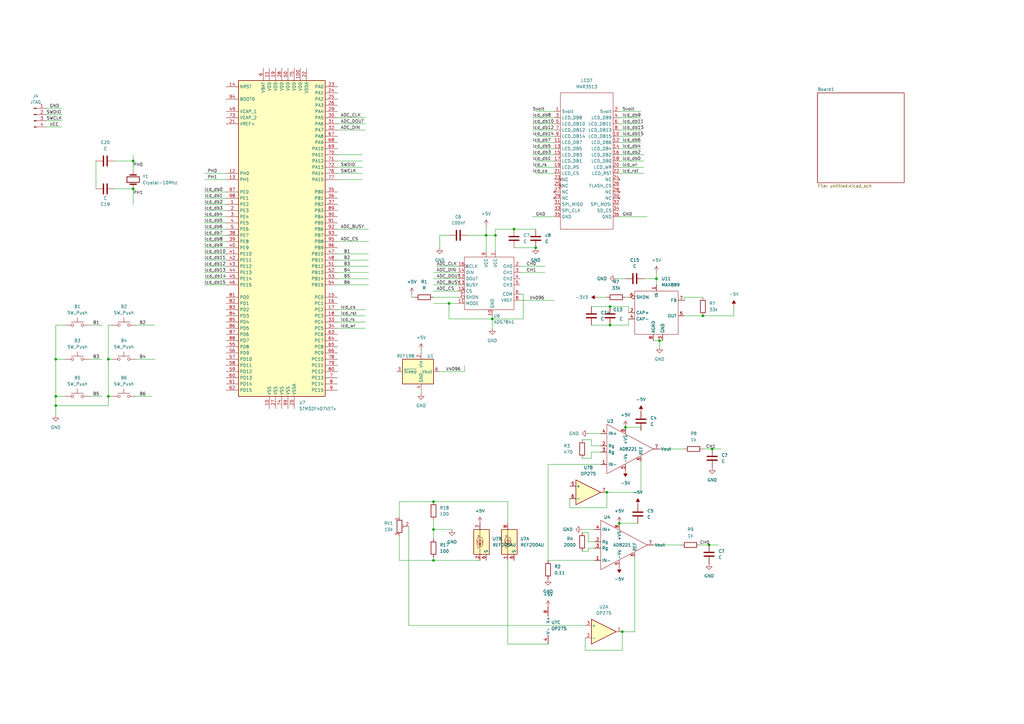
<source format=kicad_sch>
(kicad_sch (version 20211123) (generator eeschema)
  (paper "A3")
  (lib_symbols
    (symbol "Amplifier_Operational:OP275" (pin_names (offset 0.127))
      (property "Reference" "U" (at 0 5.08 0))
      (property "Value" "OP275" (at 0 -5.08 0))
      (symbol "OP275_1_1"
        (polyline (pts (xy -5.08 5.08) (xy 5.08 0) (xy -5.08 -5.08) (xy -5.08 5.08)) (stroke (width 0.254)) (fill (type background)))
        (pin output line (at 7.62 0 180) (length 2.54) (name "~") (number "1"))
        (pin input line (at -7.62 -2.54 0) (length 2.54) (name "-") (number "2"))
        (pin input line (at -7.62 2.54 0) (length 2.54) (name "+") (number "3"))
      )
      (symbol "OP275_2_1"
        (polyline (pts (xy -5.08 5.08) (xy 5.08 0) (xy -5.08 -5.08) (xy -5.08 5.08)) (stroke (width 0.254)) (fill (type background)))
        (pin input line (at -7.62 2.54 0) (length 2.54) (name "+") (number "5"))
        (pin input line (at -7.62 -2.54 0) (length 2.54) (name "-") (number "6"))
        (pin output line (at 7.62 0 180) (length 2.54) (name "~") (number "7"))
      )
      (symbol "OP275_3_1"
        (pin power_in line (at -2.54 -7.62 90) (length 3.81) (name "V-") (number "4"))
        (pin power_in line (at -2.54 7.62 270) (length 3.81) (name "V+") (number "8"))
      )
    )
    (symbol "Connector:Conn_01x04_Male" (pin_names (offset 1.016) hide)
      (property "Reference" "J" (at 0 5.08 0))
      (property "Value" "Conn_01x04_Male" (at 0 -7.62 0))
      (symbol "Conn_01x04_Male_1_1"
        (polyline (pts (xy 1.27 -5.08) (xy 0.8636 -5.08)) (stroke (width 0.1524)))
        (polyline (pts (xy 1.27 -2.54) (xy 0.8636 -2.54)) (stroke (width 0.1524)))
        (polyline (pts (xy 1.27 0) (xy 0.8636 0)) (stroke (width 0.1524)))
        (polyline (pts (xy 1.27 2.54) (xy 0.8636 2.54)) (stroke (width 0.1524)))
        (rectangle (start 0.8636 -4.953) (end 0 -5.207) (stroke (width 0.1524)) (fill (type outline)))
        (rectangle (start 0.8636 -2.413) (end 0 -2.667) (stroke (width 0.1524)) (fill (type outline)))
        (rectangle (start 0.8636 0.127) (end 0 -0.127) (stroke (width 0.1524)) (fill (type outline)))
        (rectangle (start 0.8636 2.667) (end 0 2.413) (stroke (width 0.1524)) (fill (type outline)))
        (pin passive line (at 5.08 2.54 180) (length 3.81) (name "Pin_1") (number "1"))
        (pin passive line (at 5.08 0 180) (length 3.81) (name "Pin_2") (number "2"))
        (pin passive line (at 5.08 -2.54 180) (length 3.81) (name "Pin_3") (number "3"))
        (pin passive line (at 5.08 -5.08 180) (length 3.81) (name "Pin_4") (number "4"))
      )
    )
    (symbol "Device:C" (pin_numbers hide) (pin_names (offset 0.254))
      (property "Reference" "C" (at 0.635 2.54 0))
      (property "Value" "C" (at 0.635 -2.54 0))
      (symbol "C_0_1"
        (polyline (pts (xy -2.032 -0.762) (xy 2.032 -0.762)) (stroke (width 0.508)))
        (polyline (pts (xy -2.032 0.762) (xy 2.032 0.762)) (stroke (width 0.508)))
      )
      (symbol "C_1_1"
        (pin passive line (at 0 3.81 270) (length 2.794) (name "~") (number "1"))
        (pin passive line (at 0 -3.81 90) (length 2.794) (name "~") (number "2"))
      )
    )
    (symbol "Device:Crystal" (pin_numbers hide) (pin_names (offset 1.016) hide)
      (property "Reference" "Y" (at 0 3.81 0))
      (property "Value" "Crystal" (at 0 -3.81 0))
      (symbol "Crystal_0_1"
        (rectangle (start -1.143 2.54) (end 1.143 -2.54) (stroke (width 0.3048)))
        (polyline (pts (xy -2.54 0) (xy -1.905 0)))
        (polyline (pts (xy -1.905 -1.27) (xy -1.905 1.27)) (stroke (width 0.508)))
        (polyline (pts (xy 1.905 -1.27) (xy 1.905 1.27)) (stroke (width 0.508)))
        (polyline (pts (xy 2.54 0) (xy 1.905 0)))
      )
      (symbol "Crystal_1_1"
        (pin passive line (at -3.81 0 0) (length 1.27) (name "1") (number "1"))
        (pin passive line (at 3.81 0 180) (length 1.27) (name "2") (number "2"))
      )
    )
    (symbol "Device:R" (pin_numbers hide) (pin_names (offset 0))
      (property "Reference" "R" (at 2.032 0 90))
      (property "Value" "R" (at 0 0 90))
      (symbol "R_0_1"
        (rectangle (start -1.016 -2.54) (end 1.016 2.54) (stroke (width 0.254)))
      )
      (symbol "R_1_1"
        (pin passive line (at 0 3.81 270) (length 1.27) (name "~") (number "1"))
        (pin passive line (at 0 -3.81 90) (length 1.27) (name "~") (number "2"))
      )
    )
    (symbol "Device:R_Potentiometer_Trim" (pin_names (offset 1.016) hide)
      (property "Reference" "RV" (at -4.445 0 90))
      (property "Value" "R_Potentiometer_Trim" (at -2.54 0 90))
      (symbol "R_Potentiometer_Trim_0_1"
        (polyline (pts (xy 1.524 0.762) (xy 1.524 -0.762)))
        (polyline (pts (xy 2.54 0) (xy 1.524 0)))
        (rectangle (start 1.016 2.54) (end -1.016 -2.54) (stroke (width 0.254)))
      )
      (symbol "R_Potentiometer_Trim_1_1"
        (pin passive line (at 0 3.81 270) (length 1.27) (name "1") (number "1"))
        (pin passive line (at 3.81 0 180) (length 1.27) (name "2") (number "2"))
        (pin passive line (at 0 -3.81 90) (length 1.27) (name "3") (number "3"))
      )
    )
    (symbol "MCU_ST_STM32F4:STM32F407VETx"
      (property "Reference" "U" (at -17.78 64.77 0))
      (property "Value" "STM32F407VETx" (at 12.7 64.77 0))
      (symbol "STM32F407VETx_0_1"
        (rectangle (start -17.78 -66.04) (end 17.78 63.5) (stroke (width 0.254)) (fill (type background)))
      )
      (symbol "STM32F407VETx_1_1"
        (pin bidirectional line (at -22.86 12.7 0) (length 5.08) (name "PE2") (number "1"))
        (pin power_in line (at -5.08 -71.12 90) (length 5.08) (name "VSS") (number "10"))
        (pin power_in line (at 7.62 68.58 270) (length 5.08) (name "VDD") (number "100"))
        (pin power_in line (at -5.08 68.58 270) (length 5.08) (name "VDD") (number "11"))
        (pin input line (at -22.86 25.4 0) (length 5.08) (name "PH0") (number "12"))
        (pin input line (at -22.86 22.86 0) (length 5.08) (name "PH1") (number "13"))
        (pin input line (at -22.86 60.96 0) (length 5.08) (name "NRST") (number "14"))
        (pin bidirectional line (at 22.86 -25.4 180) (length 5.08) (name "PC0") (number "15"))
        (pin bidirectional line (at 22.86 -27.94 180) (length 5.08) (name "PC1") (number "16"))
        (pin bidirectional line (at 22.86 -30.48 180) (length 5.08) (name "PC2") (number "17"))
        (pin bidirectional line (at 22.86 -33.02 180) (length 5.08) (name "PC3") (number "18"))
        (pin power_in line (at -2.54 68.58 270) (length 5.08) (name "VDD") (number "19"))
        (pin bidirectional line (at -22.86 10.16 0) (length 5.08) (name "PE3") (number "2"))
        (pin power_in line (at 5.08 -71.12 90) (length 5.08) (name "VSSA") (number "20"))
        (pin power_in line (at -22.86 45.72 0) (length 5.08) (name "VREF+") (number "21"))
        (pin power_in line (at 10.16 68.58 270) (length 5.08) (name "VDDA") (number "22"))
        (pin bidirectional line (at 22.86 60.96 180) (length 5.08) (name "PA0") (number "23"))
        (pin bidirectional line (at 22.86 58.42 180) (length 5.08) (name "PA1") (number "24"))
        (pin bidirectional line (at 22.86 55.88 180) (length 5.08) (name "PA2") (number "25"))
        (pin bidirectional line (at 22.86 53.34 180) (length 5.08) (name "PA3") (number "26"))
        (pin power_in line (at -2.54 -71.12 90) (length 5.08) (name "VSS") (number "27"))
        (pin power_in line (at 0 68.58 270) (length 5.08) (name "VDD") (number "28"))
        (pin bidirectional line (at 22.86 50.8 180) (length 5.08) (name "PA4") (number "29"))
        (pin bidirectional line (at -22.86 7.62 0) (length 5.08) (name "PE4") (number "3"))
        (pin bidirectional line (at 22.86 48.26 180) (length 5.08) (name "PA5") (number "30"))
        (pin bidirectional line (at 22.86 45.72 180) (length 5.08) (name "PA6") (number "31"))
        (pin bidirectional line (at 22.86 43.18 180) (length 5.08) (name "PA7") (number "32"))
        (pin bidirectional line (at 22.86 -35.56 180) (length 5.08) (name "PC4") (number "33"))
        (pin bidirectional line (at 22.86 -38.1 180) (length 5.08) (name "PC5") (number "34"))
        (pin bidirectional line (at 22.86 17.78 180) (length 5.08) (name "PB0") (number "35"))
        (pin bidirectional line (at 22.86 15.24 180) (length 5.08) (name "PB1") (number "36"))
        (pin bidirectional line (at 22.86 12.7 180) (length 5.08) (name "PB2") (number "37"))
        (pin bidirectional line (at -22.86 0 0) (length 5.08) (name "PE7") (number "38"))
        (pin bidirectional line (at -22.86 -2.54 0) (length 5.08) (name "PE8") (number "39"))
        (pin bidirectional line (at -22.86 5.08 0) (length 5.08) (name "PE5") (number "4"))
        (pin bidirectional line (at -22.86 -5.08 0) (length 5.08) (name "PE9") (number "40"))
        (pin bidirectional line (at -22.86 -7.62 0) (length 5.08) (name "PE10") (number "41"))
        (pin bidirectional line (at -22.86 -10.16 0) (length 5.08) (name "PE11") (number "42"))
        (pin bidirectional line (at -22.86 -12.7 0) (length 5.08) (name "PE12") (number "43"))
        (pin bidirectional line (at -22.86 -15.24 0) (length 5.08) (name "PE13") (number "44"))
        (pin bidirectional line (at -22.86 -17.78 0) (length 5.08) (name "PE14") (number "45"))
        (pin bidirectional line (at -22.86 -20.32 0) (length 5.08) (name "PE15") (number "46"))
        (pin bidirectional line (at 22.86 -7.62 180) (length 5.08) (name "PB10") (number "47"))
        (pin bidirectional line (at 22.86 -10.16 180) (length 5.08) (name "PB11") (number "48"))
        (pin power_in line (at -22.86 50.8 0) (length 5.08) (name "VCAP_1") (number "49"))
        (pin bidirectional line (at -22.86 2.54 0) (length 5.08) (name "PE6") (number "5"))
        (pin power_in line (at 2.54 68.58 270) (length 5.08) (name "VDD") (number "50"))
        (pin bidirectional line (at 22.86 -12.7 180) (length 5.08) (name "PB12") (number "51"))
        (pin bidirectional line (at 22.86 -15.24 180) (length 5.08) (name "PB13") (number "52"))
        (pin bidirectional line (at 22.86 -17.78 180) (length 5.08) (name "PB14") (number "53"))
        (pin bidirectional line (at 22.86 -20.32 180) (length 5.08) (name "PB15") (number "54"))
        (pin bidirectional line (at -22.86 -45.72 0) (length 5.08) (name "PD8") (number "55"))
        (pin bidirectional line (at -22.86 -48.26 0) (length 5.08) (name "PD9") (number "56"))
        (pin bidirectional line (at -22.86 -50.8 0) (length 5.08) (name "PD10") (number "57"))
        (pin bidirectional line (at -22.86 -53.34 0) (length 5.08) (name "PD11") (number "58"))
        (pin bidirectional line (at -22.86 -55.88 0) (length 5.08) (name "PD12") (number "59"))
        (pin power_in line (at -7.62 68.58 270) (length 5.08) (name "VBAT") (number "6"))
        (pin bidirectional line (at -22.86 -58.42 0) (length 5.08) (name "PD13") (number "60"))
        (pin bidirectional line (at -22.86 -60.96 0) (length 5.08) (name "PD14") (number "61"))
        (pin bidirectional line (at -22.86 -63.5 0) (length 5.08) (name "PD15") (number "62"))
        (pin bidirectional line (at 22.86 -40.64 180) (length 5.08) (name "PC6") (number "63"))
        (pin bidirectional line (at 22.86 -43.18 180) (length 5.08) (name "PC7") (number "64"))
        (pin bidirectional line (at 22.86 -45.72 180) (length 5.08) (name "PC8") (number "65"))
        (pin bidirectional line (at 22.86 -48.26 180) (length 5.08) (name "PC9") (number "66"))
        (pin bidirectional line (at 22.86 40.64 180) (length 5.08) (name "PA8") (number "67"))
        (pin bidirectional line (at 22.86 38.1 180) (length 5.08) (name "PA9") (number "68"))
        (pin bidirectional line (at 22.86 35.56 180) (length 5.08) (name "PA10") (number "69"))
        (pin bidirectional line (at 22.86 -58.42 180) (length 5.08) (name "PC13") (number "7"))
        (pin bidirectional line (at 22.86 33.02 180) (length 5.08) (name "PA11") (number "70"))
        (pin bidirectional line (at 22.86 30.48 180) (length 5.08) (name "PA12") (number "71"))
        (pin bidirectional line (at 22.86 27.94 180) (length 5.08) (name "PA13") (number "72"))
        (pin power_in line (at -22.86 48.26 0) (length 5.08) (name "VCAP_2") (number "73"))
        (pin power_in line (at 0 -71.12 90) (length 5.08) (name "VSS") (number "74"))
        (pin power_in line (at 5.08 68.58 270) (length 5.08) (name "VDD") (number "75"))
        (pin bidirectional line (at 22.86 25.4 180) (length 5.08) (name "PA14") (number "76"))
        (pin bidirectional line (at 22.86 22.86 180) (length 5.08) (name "PA15") (number "77"))
        (pin bidirectional line (at 22.86 -50.8 180) (length 5.08) (name "PC10") (number "78"))
        (pin bidirectional line (at 22.86 -53.34 180) (length 5.08) (name "PC11") (number "79"))
        (pin bidirectional line (at 22.86 -60.96 180) (length 5.08) (name "PC14") (number "8"))
        (pin bidirectional line (at 22.86 -55.88 180) (length 5.08) (name "PC12") (number "80"))
        (pin bidirectional line (at -22.86 -25.4 0) (length 5.08) (name "PD0") (number "81"))
        (pin bidirectional line (at -22.86 -27.94 0) (length 5.08) (name "PD1") (number "82"))
        (pin bidirectional line (at -22.86 -30.48 0) (length 5.08) (name "PD2") (number "83"))
        (pin bidirectional line (at -22.86 -33.02 0) (length 5.08) (name "PD3") (number "84"))
        (pin bidirectional line (at -22.86 -35.56 0) (length 5.08) (name "PD4") (number "85"))
        (pin bidirectional line (at -22.86 -38.1 0) (length 5.08) (name "PD5") (number "86"))
        (pin bidirectional line (at -22.86 -40.64 0) (length 5.08) (name "PD6") (number "87"))
        (pin bidirectional line (at -22.86 -43.18 0) (length 5.08) (name "PD7") (number "88"))
        (pin bidirectional line (at 22.86 10.16 180) (length 5.08) (name "PB3") (number "89"))
        (pin bidirectional line (at 22.86 -63.5 180) (length 5.08) (name "PC15") (number "9"))
        (pin bidirectional line (at 22.86 7.62 180) (length 5.08) (name "PB4") (number "90"))
        (pin bidirectional line (at 22.86 5.08 180) (length 5.08) (name "PB5") (number "91"))
        (pin bidirectional line (at 22.86 2.54 180) (length 5.08) (name "PB6") (number "92"))
        (pin bidirectional line (at 22.86 0 180) (length 5.08) (name "PB7") (number "93"))
        (pin input line (at -22.86 55.88 0) (length 5.08) (name "BOOT0") (number "94"))
        (pin bidirectional line (at 22.86 -2.54 180) (length 5.08) (name "PB8") (number "95"))
        (pin bidirectional line (at 22.86 -5.08 180) (length 5.08) (name "PB9") (number "96"))
        (pin bidirectional line (at -22.86 17.78 0) (length 5.08) (name "PE0") (number "97"))
        (pin bidirectional line (at -22.86 15.24 0) (length 5.08) (name "PE1") (number "98"))
        (pin power_in line (at 2.54 -71.12 90) (length 5.08) (name "VSS") (number "99"))
      )
    )
    (symbol "Reference_Current:REF200AU"
      (property "Reference" "U" (at -3.175 4.445 0))
      (property "Value" "REF200AU" (at -3.175 2.54 0))
      (symbol "REF200AU_0_1"
        (pin passive line (at 2.54 -7.62 90) (length 2.54) (name "S") (number "6"))
      )
      (symbol "REF200AU_1_1"
        (rectangle (start -2.54 5.08) (end 3.81 -5.08) (stroke (width 0.254)) (fill (type background)))
        (circle (center 0 -0.635) (radius 1.27))
        (polyline (pts (xy -1.143 -2.413) (xy -0.381 -2.413)))
        (polyline (pts (xy -1.016 2.413) (xy -0.254 2.413)))
        (polyline (pts (xy -0.635 2.794) (xy -0.635 2.032)))
        (polyline (pts (xy 0 -1.905) (xy 0 -5.08)))
        (polyline (pts (xy 0 1.397) (xy 0 -1.397)) (stroke (width 0.254)))
        (polyline (pts (xy 0 5.08) (xy 0 1.905)))
        (polyline (pts (xy 0 -1.397) (xy -0.254 -0.889) (xy 0.254 -0.889) (xy 0 -1.397)) (stroke (width 0.254)))
        (circle (center 0 0.635) (radius 1.27))
        (pin passive line (at 0 -7.62 90) (length 2.54) (name "~") (number "1"))
        (pin passive line (at 0 7.62 270) (length 2.54) (name "~") (number "8"))
      )
      (symbol "REF200AU_2_1"
        (rectangle (start -2.54 5.08) (end 3.81 -5.08) (stroke (width 0.254)) (fill (type background)))
        (circle (center 0 -0.635) (radius 1.27))
        (polyline (pts (xy -1.143 -2.413) (xy -0.381 -2.413)))
        (polyline (pts (xy -1.016 2.413) (xy -0.254 2.413)))
        (polyline (pts (xy -0.635 2.794) (xy -0.635 2.032)))
        (polyline (pts (xy 0 -1.905) (xy 0 -5.08)))
        (polyline (pts (xy 0 1.397) (xy 0 -1.397)) (stroke (width 0.254)))
        (polyline (pts (xy 0 5.08) (xy 0 1.905)))
        (polyline (pts (xy 0 -1.397) (xy -0.254 -0.889) (xy 0.254 -0.889) (xy 0 -1.397)) (stroke (width 0.254)))
        (circle (center 0 0.635) (radius 1.27))
        (pin passive line (at 0 -7.62 90) (length 2.54) (name "~") (number "2"))
        (pin passive line (at 0 7.62 270) (length 2.54) (name "~") (number "7"))
      )
      (symbol "REF200AU_3_1"
        (rectangle (start -2.54 5.08) (end 8.89 -5.08) (stroke (width 0.254)) (fill (type background)))
        (circle (center 0 -2.54) (radius 0.1524))
        (polyline (pts (xy 0 3.81) (xy 0 5.08)))
        (polyline (pts (xy 1.27 -1.27) (xy 1.27 1.27)))
        (polyline (pts (xy 1.27 0) (xy 6.35 0)))
        (polyline (pts (xy 6.35 1.27) (xy 6.35 -1.27)))
        (polyline (pts (xy 0 -5.08) (xy 0 -1.27) (xy 1.27 -0.635)))
        (polyline (pts (xy 0 3.81) (xy 3.81 3.81) (xy 3.81 0)))
        (polyline (pts (xy 1.27 0.635) (xy 0 1.27) (xy 0 3.81)))
        (polyline (pts (xy 7.62 5.08) (xy 7.62 1.27) (xy 6.35 0.635)))
        (polyline (pts (xy 0 -1.27) (xy 0.6096 -0.762) (xy 0.762 -1.1176) (xy 0 -1.27)))
        (polyline (pts (xy 6.35 -0.635) (xy 7.62 -1.27) (xy 7.62 -2.54) (xy 0 -2.54)))
        (polyline (pts (xy 7.62 -1.27) (xy 7.0104 -0.762) (xy 6.858 -1.1176) (xy 7.62 -1.27)))
        (circle (center 0 3.81) (radius 0.1524))
        (circle (center 3.81 0) (radius 0.1524))
        (pin passive line (at 0 -7.62 90) (length 2.54) (name "~") (number "3"))
        (pin passive line (at 7.62 7.62 270) (length 2.54) (name "~") (number "4"))
        (pin passive line (at 0 7.62 270) (length 2.54) (name "~") (number "5"))
      )
    )
    (symbol "Reference_Voltage:REF198"
      (property "Reference" "U" (at 2.54 8.89 0))
      (property "Value" "REF198" (at 1.27 6.35 0))
      (symbol "REF198_0_1"
        (rectangle (start -7.62 5.08) (end 5.08 -5.08) (stroke (width 0.254)) (fill (type background)))
      )
      (symbol "REF198_1_1"
        (pin no_connect line (at -7.62 2.54 0) (length 2.54) hide (name "TP") (number "1"))
        (pin power_in line (at 0 7.62 270) (length 2.54) (name "Vin") (number "2"))
        (pin input line (at -10.16 0 0) (length 2.54) (name "~{Sleep}") (number "3"))
        (pin power_in line (at 0 -7.62 90) (length 2.54) (name "GND") (number "4"))
        (pin no_connect line (at -5.08 -5.08 90) (length 2.54) hide (name "TP") (number "5"))
        (pin power_out line (at 7.62 0 180) (length 2.54) (name "Vout") (number "6"))
        (pin no_connect line (at -2.54 -5.08 90) (length 2.54) hide (name "NC") (number "7"))
        (pin no_connect line (at 2.54 -5.08 90) (length 2.54) hide (name "NC") (number "8"))
      )
    )
    (symbol "Switch:SW_Push" (pin_numbers hide) (pin_names (offset 1.016) hide)
      (property "Reference" "SW" (at 1.27 2.54 0))
      (property "Value" "SW_Push" (at 0 -1.524 0))
      (symbol "SW_Push_0_1"
        (circle (center -2.032 0) (radius 0.508))
        (polyline (pts (xy 0 1.27) (xy 0 3.048)))
        (polyline (pts (xy 2.54 1.27) (xy -2.54 1.27)))
        (circle (center 2.032 0) (radius 0.508))
        (pin passive line (at -5.08 0 0) (length 2.54) (name "1") (number "1"))
        (pin passive line (at 5.08 0 180) (length 2.54) (name "2") (number "2"))
      )
    )
    (symbol "custom:AD8221"
      (property "Reference" "U" (at -3.81 12.7 0))
      (property "Value" "AD8221" (at 1.27 2.54 0))
      (symbol "AD8221_0_1"
        (polyline (pts (xy -6.35 12.7) (xy -6.35 -7.62) (xy 12.7 2.54) (xy -6.35 12.7)))
      )
      (symbol "AD8221_1_1"
        (pin input line (at -8.89 -3.81 0) (length 2.54) (name "IN-") (number "1"))
        (pin bidirectional line (at -8.89 3.81 0) (length 2.54) (name "Rg") (number "2"))
        (pin bidirectional line (at -8.89 1.27 0) (length 2.54) (name "Rg") (number "3"))
        (pin input line (at -8.89 8.89 0) (length 2.54) (name "IN+") (number "4"))
        (pin power_in line (at 1.27 -6.35 90) (length 2.54) (name "-Vs") (number "5"))
        (pin input line (at 7.62 -2.54 90) (length 2) (name "REF") (number "6"))
        (pin output line (at 12.7 2.54 0) (length 2.54) (name "Vout") (number "7"))
        (pin power_in line (at 1.27 11.43 270) (length 2.54) (name "+VS") (number "8"))
      )
    )
    (symbol "custom:ADS7841"
      (property "Reference" "U" (at -6.35 10.16 0))
      (property "Value" "ADS7841" (at 8.89 10.16 0))
      (symbol "ADS7841_0_1"
        (rectangle (start -7.62 8.89) (end 12.7 -12.7))
      )
      (symbol "ADS7841_1_1"
        (pin power_in line (at 0 11.43 270) (length 2.54) (name "VCC") (number "1"))
        (pin power_in line (at 1.27 -15.24 90) (length 2.54) (name "GND") (number "10"))
        (pin input line (at 15.24 -10.16 180) (length 2.54) (name "MODE") (number "11"))
        (pin output line (at 15.24 0 180) (length 2.54) (name "DOUT") (number "12"))
        (pin output line (at 15.24 -2.54 180) (length 2.54) (name "BUSY") (number "13"))
        (pin input line (at 15.24 2.54 180) (length 2.54) (name "DIN") (number "14"))
        (pin input inverted (at 15.24 -5.08 180) (length 2.54) (name "CS") (number "15"))
        (pin input clock (at 15.24 5.08 180) (length 2.54) (name "DCLK") (number "16"))
        (pin input line (at -10.16 5.08 0) (length 2.54) (name "CH0") (number "2"))
        (pin input line (at -10.16 2.54 0) (length 2.54) (name "CH1") (number "3"))
        (pin input line (at -10.16 0 0) (length 2.54) (name "CH2") (number "4"))
        (pin input line (at -10.16 -2.54 0) (length 2.54) (name "CH3") (number "5"))
        (pin input line (at -10.16 -6.35 0) (length 2.54) (name "COM") (number "6"))
        (pin input inverted (at 15.24 -7.62 180) (length 2.54) (name "SHDN") (number "7"))
        (pin input line (at -10.16 -8.89 0) (length 2.54) (name "VREF") (number "8"))
        (pin power_in line (at 3.81 11.43 270) (length 2.54) (name "VCC") (number "9"))
      )
    )
    (symbol "custom:MAR3513"
      (property "Reference" "LCD" (at 24.13 0 0))
      (property "Value" "MAR3513" (at 1.27 16.51 0))
      (symbol "MAR3513_0_1"
        (rectangle (start -10.16 20.32) (end 11.43 -35.56))
      )
      (symbol "MAR3513_1_1"
        (pin power_in line (at -12.7 12.7 0) (length 2.54) (name "5volt") (number "1"))
        (pin bidirectional line (at 13.97 2.54 180) (length 2.54) (name "LCD_DB15") (number "10"))
        (pin bidirectional line (at -12.7 0 0) (length 2.54) (name "LCD_DB7") (number "11"))
        (pin bidirectional line (at 13.97 0 180) (length 2.54) (name "LCD_DB6") (number "12"))
        (pin bidirectional line (at -12.7 -2.54 0) (length 2.54) (name "LCD_DB5") (number "13"))
        (pin bidirectional line (at 13.97 -2.54 180) (length 2.54) (name "LCD_DB4") (number "14"))
        (pin bidirectional line (at -12.7 -5.08 0) (length 2.54) (name "LCD_DB3") (number "15"))
        (pin bidirectional line (at 13.97 -5.08 180) (length 2.54) (name "LCD_DB2") (number "16"))
        (pin bidirectional line (at -12.7 -7.62 0) (length 2.54) (name "LCD_DB1") (number "17"))
        (pin bidirectional line (at 13.97 -7.62 180) (length 2.54) (name "LCD_DB0") (number "18"))
        (pin bidirectional line (at -12.7 -10.16 0) (length 2.54) (name "LCD_RS") (number "19"))
        (pin power_in line (at 13.97 12.7 180) (length 2.54) (name "5volt") (number "2"))
        (pin input line (at 13.97 -10.16 180) (length 2.54) (name "LCD_WR") (number "20"))
        (pin bidirectional line (at -12.7 -12.7 0) (length 2.54) (name "LCD_CS") (number "21"))
        (pin input line (at 13.97 -12.7 180) (length 2.54) (name "LCD_RST") (number "22"))
        (pin bidirectional non_logic (at -12.7 -15.24 0) (length 2.54) (name "NC") (number "23"))
        (pin no_connect line (at 13.97 -15.24 180) (length 2.54) (name "NC") (number "24"))
        (pin bidirectional non_logic (at -12.7 -17.78 0) (length 2.54) (name "NC") (number "25"))
        (pin input line (at 13.97 -17.78 180) (length 2.54) (name "FLASH_CS") (number "26"))
        (pin no_connect line (at -12.7 -20.32 0) (length 2.54) (name "NC") (number "27"))
        (pin no_connect line (at 13.97 -20.32 180) (length 2.54) (name "NC") (number "28"))
        (pin no_connect line (at -12.7 -22.86 0) (length 2.54) (name "NC") (number "29"))
        (pin bidirectional line (at -12.7 10.16 0) (length 2.54) (name "LCD_DB8") (number "3"))
        (pin no_connect line (at 13.97 -22.86 180) (length 2.54) (name "NC") (number "30"))
        (pin output line (at -12.7 -25.4 0) (length 2.54) (name "SPI_MISO") (number "31"))
        (pin input line (at 13.97 -25.4 180) (length 2.54) (name "SPI_MOSI") (number "32"))
        (pin input line (at -12.7 -27.94 0) (length 2.54) (name "SPI_CLK") (number "33"))
        (pin input line (at 13.97 -27.94 180) (length 2.54) (name "SD_CS") (number "34"))
        (pin power_in line (at -12.7 -30.48 0) (length 2.54) (name "GND") (number "35"))
        (pin power_in line (at 13.97 -30.48 180) (length 2.54) (name "GND") (number "36"))
        (pin bidirectional line (at 13.97 10.16 180) (length 2.54) (name "LCD_DB9") (number "4"))
        (pin bidirectional line (at -12.7 7.62 0) (length 2.54) (name "LCD_DB10") (number "5"))
        (pin bidirectional line (at 13.97 7.62 180) (length 2.54) (name "LCD_DB11") (number "6"))
        (pin bidirectional line (at -12.7 5.08 0) (length 2.54) (name "LCD_DB12") (number "7"))
        (pin bidirectional line (at 13.97 5.08 180) (length 2.54) (name "LCD_DB13") (number "8"))
        (pin bidirectional line (at -12.7 2.54 0) (length 2.54) (name "LCD_DB14") (number "9"))
      )
    )
    (symbol "custom:MAX889"
      (property "Reference" "U" (at -6.35 12.7 0))
      (property "Value" "MAX889" (at -2.54 6.35 0))
      (symbol "MAX889_0_1"
        (rectangle (start -11.43 11.43) (end 6.35 -6.35))
      )
      (symbol "MAX889_1_1"
        (pin power_in line (at -2.54 13.97 270) (length 2.54) (name "IN") (number "1"))
        (pin bidirectional line (at -13.97 2.54 0) (length 2.54) (name "CAP+") (number "2"))
        (pin power_in line (at 0 -8.89 90) (length 2.54) (name "GND") (number "3"))
        (pin bidirectional line (at -13.97 0 0) (length 2.54) (name "CAP-") (number "4"))
        (pin power_out line (at 8.89 1.27 180) (length 2.54) (name "OUT") (number "5"))
        (pin input inverted (at -13.97 8.89 0) (length 2.54) (name "SHDN") (number "6"))
        (pin input line (at 8.89 7.62 180) (length 2.54) (name "FB") (number "7"))
        (pin power_in line (at -3.81 -8.89 90) (length 2.54) (name "AGND") (number "8"))
      )
    )
    (symbol "power:+5V" (power) (pin_names (offset 0))
      (property "Value" "+5V" (at 0 3.556 0))
      (symbol "+5V_0_1"
        (polyline (pts (xy -0.762 1.27) (xy 0 2.54)))
        (polyline (pts (xy 0 0) (xy 0 2.54)))
        (polyline (pts (xy 0 2.54) (xy 0.762 1.27)))
      )
      (symbol "+5V_1_1"
        (pin power_in line (at 0 0 90) (length 0) hide (name "+5V") (number "1"))
      )
    )
    (symbol "power:-3V3" (power) (pin_names (offset 0))
      (property "Value" "-3V3" (at 0 3.81 0))
      (symbol "-3V3_0_0"
        (pin power_in line (at 0 0 90) (length 0) hide (name "-3V3") (number "1"))
      )
      (symbol "-3V3_0_1"
        (polyline (pts (xy 0 0) (xy 0 1.27) (xy 0.762 1.27) (xy 0 2.54) (xy -0.762 1.27) (xy 0 1.27)) (fill (type outline)))
      )
    )
    (symbol "power:-5V" (power) (pin_names (offset 0))
      (property "Value" "-5V" (at 0 3.81 0))
      (symbol "-5V_0_0"
        (pin power_in line (at 0 0 90) (length 0) hide (name "-5V") (number "1"))
      )
      (symbol "-5V_0_1"
        (polyline (pts (xy 0 0) (xy 0 1.27) (xy 0.762 1.27) (xy 0 2.54) (xy -0.762 1.27) (xy 0 1.27)) (fill (type outline)))
      )
    )
    (symbol "power:GND" (power) (pin_names (offset 0))
      (property "Value" "GND" (at 0 -3.81 0))
      (symbol "GND_0_1"
        (polyline (pts (xy 0 0) (xy 0 -1.27) (xy 1.27 -1.27) (xy 0 -2.54) (xy -1.27 -1.27) (xy 0 -1.27)))
      )
      (symbol "GND_1_1"
        (pin power_in line (at 0 0 270) (length 0) hide (name "GND") (number "1"))
      )
    )
  )
  (junction (at 256.54 175.26))
  (junction (at 203.2 96.52))
  (junction (at 184.15 124.46))
  (junction (at 210.82 93.98))
  (junction (at 22.86 162.56))
  (junction (at 54.61 77.47))
  (junction (at 201.93 130.81))
  (junction (at 290.83 223.52))
  (junction (at 177.8 229.87))
  (junction (at 292.1 184.15))
  (junction (at 177.8 217.17))
  (junction (at 288.29 129.54))
  (junction (at 248.92 201.93))
  (junction (at 269.24 114.3))
  (junction (at 270.51 139.7))
  (junction (at 22.86 166.37))
  (junction (at 199.39 96.52))
  (junction (at 219.71 101.6))
  (junction (at 54.61 66.04))
  (junction (at 44.45 162.56))
  (junction (at 250.19 133.35))
  (junction (at 255.27 259.08))
  (junction (at 250.19 125.73))
  (junction (at 22.86 147.32))
  (junction (at 44.45 147.32))
  (junction (at 177.8 205.74))
  (junction (at 254 214.63))
  (wire (pts (xy 36.83 133.35) (xy 41.91 133.35)))
  (wire (pts (xy 270.51 184.15) (xy 280.67 184.15)))
  (wire (pts (xy 270.51 139.7) (xy 271.78 139.7)))
  (wire (pts (xy 210.82 93.98) (xy 219.71 93.98)))
  (wire (pts (xy 83.82 106.68) (xy 92.71 106.68)))
  (wire (pts (xy 138.43 106.68) (xy 151.13 106.68)))
  (wire (pts (xy 199.39 96.52) (xy 199.39 102.87)))
  (wire (pts (xy 44.45 162.56) (xy 44.45 166.37)))
  (wire (pts (xy 22.86 162.56) (xy 22.86 166.37)))
  (wire (pts (xy 242.57 125.73) (xy 250.19 125.73)))
  (wire (pts (xy 177.8 217.17) (xy 185.42 217.17)))
  (wire (pts (xy 83.82 109.22) (xy 92.71 109.22)))
  (wire (pts (xy 245.11 121.92) (xy 248.92 121.92)))
  (wire (pts (xy 254 55.88) (xy 262.89 55.88)))
  (wire (pts (xy 138.43 127) (xy 149.86 127)))
  (wire (pts (xy 184.15 124.46) (xy 184.15 130.81)))
  (wire (pts (xy 256.54 114.3) (xy 252.73 114.3)))
  (wire (pts (xy 218.44 63.5) (xy 227.33 63.5)))
  (wire (pts (xy 83.82 81.28) (xy 92.71 81.28)))
  (wire (pts (xy 26.67 147.32) (xy 22.86 147.32)))
  (wire (pts (xy 269.24 111.76) (xy 269.24 114.3)))
  (wire (pts (xy 254 48.26) (xy 262.89 48.26)))
  (wire (pts (xy 243.84 222.25) (xy 241.3 222.25)))
  (wire (pts (xy 199.39 92.71) (xy 199.39 96.52)))
  (wire (pts (xy 254 50.8) (xy 262.89 50.8)))
  (wire (pts (xy 163.83 219.71) (xy 163.83 229.87)))
  (wire (pts (xy 55.88 147.32) (xy 63.5 147.32)))
  (wire (pts (xy 248.92 201.93) (xy 262.89 201.93)))
  (wire (pts (xy 254 68.58) (xy 264.16 68.58)))
  (wire (pts (xy 241.3 224.79) (xy 241.3 226.06)))
  (wire (pts (xy 288.29 129.54) (xy 300.99 129.54)))
  (wire (pts (xy 262.89 201.93) (xy 262.89 189.23)))
  (wire (pts (xy 219.71 71.12) (xy 227.33 71.12)))
  (wire (pts (xy 213.36 111.76) (xy 223.52 111.76)))
  (wire (pts (xy 199.39 96.52) (xy 203.2 96.52)))
  (wire (pts (xy 246.38 185.42) (xy 242.57 185.42)))
  (wire (pts (xy 240.03 266.7) (xy 255.27 266.7)))
  (wire (pts (xy 83.82 104.14) (xy 92.71 104.14)))
  (wire (pts (xy 201.93 129.54) (xy 201.93 130.81)))
  (wire (pts (xy 138.43 116.84) (xy 151.13 116.84)))
  (wire (pts (xy 83.82 101.6) (xy 92.71 101.6)))
  (wire (pts (xy 44.45 147.32) (xy 45.72 147.32)))
  (wire (pts (xy 177.8 121.92) (xy 187.96 121.92)))
  (wire (pts (xy 241.3 222.25) (xy 241.3 218.44)))
  (wire (pts (xy 238.76 180.34) (xy 242.57 180.34)))
  (wire (pts (xy 138.43 48.26) (xy 149.86 48.26)))
  (wire (pts (xy 36.83 162.56) (xy 41.91 162.56)))
  (wire (pts (xy 257.81 130.81) (xy 257.81 133.35)))
  (wire (pts (xy 213.36 120.65) (xy 214.63 120.65)))
  (wire (pts (xy 254 214.63) (xy 261.62 214.63)))
  (wire (pts (xy 254 88.9) (xy 265.43 88.9)))
  (wire (pts (xy 257.81 128.27) (xy 257.81 125.73)))
  (wire (pts (xy 22.86 133.35) (xy 22.86 147.32)))
  (wire (pts (xy 213.36 109.22) (xy 223.52 109.22)))
  (wire (pts (xy 184.15 130.81) (xy 201.93 130.81)))
  (wire (pts (xy 39.37 66.04) (xy 39.37 77.47)))
  (wire (pts (xy 213.36 123.19) (xy 227.33 123.19)))
  (wire (pts (xy 214.63 130.81) (xy 201.93 130.81)))
  (wire (pts (xy 177.8 116.84) (xy 187.96 116.84)))
  (wire (pts (xy 224.79 229.87) (xy 243.84 229.87)))
  (wire (pts (xy 254 53.34) (xy 262.89 53.34)))
  (wire (pts (xy 267.97 139.7) (xy 270.51 139.7)))
  (wire (pts (xy 138.43 132.08) (xy 149.86 132.08)))
  (wire (pts (xy 45.72 133.35) (xy 44.45 133.35)))
  (wire (pts (xy 55.88 133.35) (xy 63.5 133.35)))
  (wire (pts (xy 138.43 73.66) (xy 148.59 73.66)))
  (wire (pts (xy 264.16 114.3) (xy 269.24 114.3)))
  (wire (pts (xy 83.82 114.3) (xy 92.71 114.3)))
  (wire (pts (xy 254 63.5) (xy 264.16 63.5)))
  (wire (pts (xy 179.07 109.22) (xy 187.96 109.22)))
  (wire (pts (xy 83.82 93.98) (xy 92.71 93.98)))
  (wire (pts (xy 240.03 261.62) (xy 240.03 266.7)))
  (wire (pts (xy 55.88 162.56) (xy 62.23 162.56)))
  (wire (pts (xy 138.43 109.22) (xy 151.13 109.22)))
  (wire (pts (xy 177.8 213.36) (xy 177.8 217.17)))
  (wire (pts (xy 242.57 185.42) (xy 242.57 187.96)))
  (wire (pts (xy 219.71 60.96) (xy 227.33 60.96)))
  (wire (pts (xy 83.82 78.74) (xy 92.71 78.74)))
  (wire (pts (xy 177.8 111.76) (xy 187.96 111.76)))
  (wire (pts (xy 218.44 88.9) (xy 227.33 88.9)))
  (wire (pts (xy 44.45 133.35) (xy 44.45 147.32)))
  (wire (pts (xy 184.15 96.52) (xy 180.34 96.52)))
  (wire (pts (xy 163.83 205.74) (xy 177.8 205.74)))
  (wire (pts (xy 300.99 129.54) (xy 300.99 125.73)))
  (wire (pts (xy 238.76 217.17) (xy 243.84 217.17)))
  (wire (pts (xy 138.43 63.5) (xy 148.59 63.5)))
  (wire (pts (xy 270.51 139.7) (xy 270.51 142.24)))
  (wire (pts (xy 177.8 124.46) (xy 184.15 124.46)))
  (wire (pts (xy 201.93 130.81) (xy 201.93 134.62)))
  (wire (pts (xy 138.43 104.14) (xy 151.13 104.14)))
  (wire (pts (xy 214.63 120.65) (xy 214.63 130.81)))
  (wire (pts (xy 138.43 134.62) (xy 149.86 134.62)))
  (wire (pts (xy 83.82 86.36) (xy 92.71 86.36)))
  (wire (pts (xy 177.8 229.87) (xy 177.8 228.6)))
  (wire (pts (xy 170.18 121.92) (xy 168.91 121.92)))
  (wire (pts (xy 44.45 162.56) (xy 44.45 147.32)))
  (wire (pts (xy 138.43 68.58) (xy 148.59 68.58)))
  (wire (pts (xy 177.8 217.17) (xy 177.8 220.98)))
  (wire (pts (xy 190.5 152.4) (xy 190.5 149.86)))
  (wire (pts (xy 203.2 93.98) (xy 203.2 96.52)))
  (wire (pts (xy 163.83 229.87) (xy 177.8 229.87)))
  (wire (pts (xy 292.1 184.15) (xy 295.91 184.15)))
  (wire (pts (xy 288.29 184.15) (xy 292.1 184.15)))
  (wire (pts (xy 138.43 99.06) (xy 151.13 99.06)))
  (wire (pts (xy 210.82 101.6) (xy 219.71 101.6)))
  (wire (pts (xy 138.43 50.8) (xy 149.86 50.8)))
  (wire (pts (xy 254 58.42) (xy 262.89 58.42)))
  (wire (pts (xy 233.68 208.28) (xy 248.92 208.28)))
  (wire (pts (xy 138.43 114.3) (xy 151.13 114.3)))
  (wire (pts (xy 219.71 45.72) (xy 227.33 45.72)))
  (wire (pts (xy 256.54 175.26) (xy 262.89 175.26)))
  (wire (pts (xy 233.68 204.47) (xy 233.68 208.28)))
  (wire (pts (xy 210.82 93.98) (xy 203.2 93.98)))
  (wire (pts (xy 19.05 52.07) (xy 25.4 52.07)))
  (wire (pts (xy 177.8 119.38) (xy 187.96 119.38)))
  (wire (pts (xy 36.83 147.32) (xy 41.91 147.32)))
  (wire (pts (xy 83.82 91.44) (xy 92.71 91.44)))
  (wire (pts (xy 238.76 226.06) (xy 241.3 226.06)))
  (wire (pts (xy 180.34 152.4) (xy 190.5 152.4)))
  (wire (pts (xy 177.8 114.3) (xy 187.96 114.3)))
  (wire (pts (xy 255.27 259.08) (xy 255.27 266.7)))
  (wire (pts (xy 241.3 177.8) (xy 246.38 177.8)))
  (wire (pts (xy 167.64 256.54) (xy 167.64 215.9)))
  (wire (pts (xy 19.05 46.99) (xy 25.4 46.99)))
  (wire (pts (xy 254 66.04) (xy 264.16 66.04)))
  (wire (pts (xy 83.82 73.66) (xy 92.71 73.66)))
  (wire (pts (xy 45.72 162.56) (xy 44.45 162.56)))
  (wire (pts (xy 26.67 133.35) (xy 22.86 133.35)))
  (wire (pts (xy 257.81 133.35) (xy 250.19 133.35)))
  (wire (pts (xy 246.38 190.5) (xy 224.79 190.5)))
  (wire (pts (xy 280.67 121.92) (xy 280.67 123.19)))
  (wire (pts (xy 83.82 83.82) (xy 92.71 83.82)))
  (wire (pts (xy 242.57 182.88) (xy 242.57 180.34)))
  (wire (pts (xy 172.72 143.51) (xy 172.72 144.78)))
  (wire (pts (xy 290.83 223.52) (xy 294.64 223.52)))
  (wire (pts (xy 26.67 162.56) (xy 22.86 162.56)))
  (wire (pts (xy 46.99 77.47) (xy 54.61 77.47)))
  (wire (pts (xy 288.29 121.92) (xy 280.67 121.92)))
  (wire (pts (xy 138.43 71.12) (xy 148.59 71.12)))
  (wire (pts (xy 219.71 55.88) (xy 227.33 55.88)))
  (wire (pts (xy 83.82 71.12) (xy 92.71 71.12)))
  (wire (pts (xy 138.43 93.98) (xy 151.13 93.98)))
  (wire (pts (xy 191.77 96.52) (xy 199.39 96.52)))
  (wire (pts (xy 255.27 259.08) (xy 260.35 259.08)))
  (wire (pts (xy 260.35 228.6) (xy 260.35 259.08)))
  (wire (pts (xy 203.2 96.52) (xy 203.2 102.87)))
  (wire (pts (xy 246.38 182.88) (xy 242.57 182.88)))
  (wire (pts (xy 138.43 129.54) (xy 149.86 129.54)))
  (wire (pts (xy 257.81 125.73) (xy 250.19 125.73)))
  (wire (pts (xy 219.71 66.04) (xy 227.33 66.04)))
  (wire (pts (xy 83.82 88.9) (xy 92.71 88.9)))
  (wire (pts (xy 280.67 129.54) (xy 288.29 129.54)))
  (wire (pts (xy 83.82 116.84) (xy 92.71 116.84)))
  (wire (pts (xy 219.71 58.42) (xy 227.33 58.42)))
  (wire (pts (xy 83.82 111.76) (xy 92.71 111.76)))
  (wire (pts (xy 22.86 166.37) (xy 22.86 170.18)))
  (wire (pts (xy 256.54 121.92) (xy 257.81 121.92)))
  (wire (pts (xy 243.84 224.79) (xy 241.3 224.79)))
  (wire (pts (xy 254 71.12) (xy 264.16 71.12)))
  (wire (pts (xy 22.86 166.37) (xy 44.45 166.37)))
  (wire (pts (xy 138.43 53.34) (xy 149.86 53.34)))
  (wire (pts (xy 22.86 147.32) (xy 22.86 162.56)))
  (wire (pts (xy 254 45.72) (xy 262.89 45.72)))
  (wire (pts (xy 54.61 66.04) (xy 54.61 69.85)))
  (wire (pts (xy 218.44 48.26) (xy 227.33 48.26)))
  (wire (pts (xy 54.61 63.5) (xy 54.61 66.04)))
  (wire (pts (xy 208.28 264.16) (xy 224.79 264.16)))
  (wire (pts (xy 254 60.96) (xy 262.89 60.96)))
  (wire (pts (xy 177.8 205.74) (xy 208.28 205.74)))
  (wire (pts (xy 46.99 66.04) (xy 54.61 66.04)))
  (wire (pts (xy 172.72 160.02) (xy 172.72 161.29)))
  (wire (pts (xy 240.03 256.54) (xy 167.64 256.54)))
  (wire (pts (xy 287.02 223.52) (xy 290.83 223.52)))
  (wire (pts (xy 262.89 175.26) (xy 262.89 176.53)))
  (wire (pts (xy 19.05 49.53) (xy 25.4 49.53)))
  (wire (pts (xy 238.76 187.96) (xy 242.57 187.96)))
  (wire (pts (xy 83.82 96.52) (xy 92.71 96.52)))
  (wire (pts (xy 19.05 44.45) (xy 25.4 44.45)))
  (wire (pts (xy 54.61 77.47) (xy 54.61 83.82)))
  (wire (pts (xy 208.28 214.63) (xy 208.28 205.74)))
  (wire (pts (xy 208.28 229.87) (xy 208.28 264.16)))
  (wire (pts (xy 138.43 111.76) (xy 151.13 111.76)))
  (wire (pts (xy 224.79 190.5) (xy 224.79 229.87)))
  (wire (pts (xy 83.82 99.06) (xy 92.71 99.06)))
  (wire (pts (xy 184.15 124.46) (xy 187.96 124.46)))
  (wire (pts (xy 267.97 223.52) (xy 279.4 223.52)))
  (wire (pts (xy 238.76 218.44) (xy 241.3 218.44)))
  (wire (pts (xy 163.83 212.09) (xy 163.83 205.74)))
  (wire (pts (xy 218.44 53.34) (xy 227.33 53.34)))
  (wire (pts (xy 196.85 229.87) (xy 177.8 229.87)))
  (wire (pts (xy 180.34 96.52) (xy 180.34 101.6)))
  (wire (pts (xy 248.92 208.28) (xy 248.92 201.93)))
  (wire (pts (xy 219.71 68.58) (xy 227.33 68.58)))
  (wire (pts (xy 269.24 114.3) (xy 269.24 116.84)))
  (wire (pts (xy 168.91 121.92) (xy 168.91 120.65)))
  (wire (pts (xy 242.57 133.35) (xy 250.19 133.35)))
  (wire (pts (xy 218.44 50.8) (xy 227.33 50.8)))
  (wire (pts (xy 138.43 66.04) (xy 148.59 66.04)))
  (label "B5" (at 140.97 114.3 0))
  (label "lcd_db13" (at 83.82 111.76 0))
  (label "lcd_wr" (at 255.27 68.58 0))
  (label "lcd_db15" (at 83.82 116.84 0))
  (label "lcd_db12" (at 218.44 53.34 0))
  (label "lcd_db6" (at 255.27 58.42 0))
  (label "B2" (at 140.97 106.68 0))
  (label "lcd_db14" (at 83.9694 114.3 0))
  (label "lcd_db4" (at 83.82 88.9 0))
  (label "lcd_db5" (at 218.44 60.96 0))
  (label "lcd_rs" (at 139.7 132.08 0))
  (label "lcd_db11" (at 83.82 106.68 0))
  (label "lcd_db4" (at 255.27 60.96 0))
  (label "lcd_rst" (at 139.7 129.54 0))
  (label "B2" (at 57.15 133.35 0))
  (label "SWCLK" (at 19.05 49.53 0))
  (label "lcd_db0" (at 83.82 78.74 0))
  (label "ADC_CLK" (at 179.07 109.22 0))
  (label "ADC_BUSY" (at 179.07 116.84 0))
  (label "lcd_db7" (at 218.44 58.42 0))
  (label "lcd_db3" (at 83.82 86.36 0))
  (label "CH1" (at 289.56 184.15 0))
  (label "VCC" (at 20.32 52.07 0))
  (label "CH0" (at 215.9 109.22 0))
  (label "lcd_db8" (at 218.44 48.26 0))
  (label "lcd_cs" (at 139.7 127 0))
  (label "lcd_db13" (at 255.27 53.34 0))
  (label "ADC_DOUT" (at 179.07 114.3 0))
  (label "V4096" (at 217.17 123.19 0))
  (label "lcd_db10" (at 83.82 104.14 0))
  (label "PH0" (at 54.61 68.58 0))
  (label "B6" (at 57.15 162.56 0))
  (label "lcd_db2" (at 255.27 63.5 0))
  (label "SWDIO" (at 19.05 46.99 0))
  (label "lcd_rs" (at 218.44 68.58 0))
  (label "lcd_db9" (at 255.27 48.26 0))
  (label "lcd_db2" (at 83.82 83.82 0))
  (label "B1" (at 140.97 104.14 0))
  (label "lcd_db11" (at 255.27 50.8 0))
  (label "GND" (at 219.71 88.9 0))
  (label "B5" (at 38.1 162.56 0))
  (label "B1" (at 38.1 133.35 0))
  (label "B4" (at 57.15 147.32 0))
  (label "SWDIO" (at 139.7 68.58 0))
  (label "ADC_CS" (at 179.07 119.38 0))
  (label "lcd_wr" (at 139.7 134.62 0))
  (label "lcd_db3" (at 218.44 63.5 0))
  (label "PH1" (at 85.09 73.66 0))
  (label "ADC_BUSY" (at 139.7 93.98 0))
  (label "5volt" (at 255.27 45.72 0))
  (label "lcd_db10" (at 218.44 50.8 0))
  (label "ADC_DIN" (at 179.07 111.76 0))
  (label "lcd_db1" (at 83.82 81.28 0))
  (label "B3" (at 140.97 109.22 0))
  (label "CH0" (at 287.02 223.52 0))
  (label "lcd_cs" (at 218.44 71.12 0))
  (label "lcd_db0" (at 255.27 66.04 0))
  (label "SWCLK" (at 139.7 71.12 0))
  (label "lcd_db15" (at 255.27 55.88 0))
  (label "lcd_db9" (at 83.82 101.6 0))
  (label "ADC_DIN" (at 139.7 53.34 0))
  (label "lcd_db8" (at 83.82 99.06 0))
  (label "lcd_db5" (at 83.82 91.44 0))
  (label "lcd_rst" (at 255.27 71.12 0))
  (label "GND" (at 20.32 44.45 0))
  (label "PH0" (at 85.09 71.12 0))
  (label "PH1" (at 54.61 80.01 0))
  (label "CH1" (at 215.9 111.76 0))
  (label "V4096" (at 182.88 152.4 0))
  (label "lcd_db14" (at 218.44 55.88 0))
  (label "ADC_CS" (at 139.7 99.06 0))
  (label "ADC_DOUT" (at 139.7 50.8 0))
  (label "B3" (at 38.1 147.32 0))
  (label "B4" (at 140.97 111.76 0))
  (label "lcd_db7" (at 83.82 96.52 0))
  (label "B6" (at 140.97 116.84 0))
  (label "ADC_CLK" (at 139.7 48.26 0))
  (label "5volt" (at 218.44 45.72 0))
  (label "GND" (at 255.27 88.9 0))
  (label "lcd_db6" (at 83.82 93.98 0))
  (label "lcd_db12" (at 83.82 109.22 0))
  (label "lcd_db1" (at 218.44 66.04 0))
  (symbol (lib_id "Device:C") (at 43.18 66.04 90) (unit 1)
    (property "Reference" "C20" (at 43.18 58.42 90))
    (property "Value" "C" (at 43.18 60.96 90))
  )
  (symbol (lib_id "Reference_Current:REF200AU") (at 196.85 222.25 0) (unit 2)
    (property "Reference" "U?" (at 201.93 220.9799 0) (effects (justify left)))
    (property "Value" "REF200AU" (at 201.93 223.5199 0) (effects (font italic) (justify left)))
    (property "Footprint" "Package_SO:SOIC-8_3.9x4.9mm_P1.27mm" (effects hide))
    (property "Datasheet" "www.ti.com/lit/ds/symlink/ref200.pdf" (effects hide))
  )
  (symbol (lib_id "power:GND") (at 238.76 217.17 270) (unit 1)
    (property "Reference" "#PWR?" (effects hide))
    (property "Value" "GND" (at 234.95 217.1699 90) (effects (justify right)))
  )
  (symbol (lib_id "power:-5V") (at 256.54 193.04 0) (mirror x) (unit 1)
    (property "Reference" "#PWR?" (effects hide))
    (property "Value" "-5V" (at 256.54 198.12 0))
  )
  (symbol (lib_id "Device:R") (at 284.48 184.15 90) (unit 1)
    (property "Reference" "R8" (at 284.48 177.8 90))
    (property "Value" "1k" (at 284.48 180.34 90))
  )
  (symbol (lib_id "Reference_Current:REF200AU") (at 208.28 222.25 0) (unit 1)
    (property "Reference" "U?" (at 213.36 220.9799 0) (effects (justify left)))
    (property "Value" "REF200AU" (at 213.36 223.5199 0) (effects (font italic) (justify left)))
    (property "Footprint" "Package_SO:SOIC-8_3.9x4.9mm_P1.27mm" (effects hide))
    (property "Datasheet" "www.ti.com/lit/ds/symlink/ref200.pdf" (effects hide))
  )
  (symbol (lib_id "Device:C") (at 292.1 187.96 0) (unit 1)
    (property "Reference" "C?" (at 295.91 186.6899 0) (effects (justify left)))
    (property "Value" "C" (at 295.91 189.2299 0) (effects (justify left)))
  )
  (symbol (lib_id "Amplifier_Operational:OP275") (at 227.33 256.54 0) (unit 3)
    (property "Reference" "U?" (at 226.06 255.2699 0) (effects (justify left)))
    (property "Value" "OP275" (at 226.06 257.8099 0) (effects (justify left)))
    (property "Datasheet" "https://www.analog.com/media/en/technical-documentation/data-sheets/OP275.pdf" (effects hide))
  )
  (symbol (lib_id "Switch:SW_Push") (at 31.75 133.35 0) (unit 1)
    (property "Reference" "B1" (at 31.75 125.73 0))
    (property "Value" "SW_Push" (at 31.75 128.27 0))
  )
  (symbol (lib_id "power:GND") (at 270.51 142.24 0) (unit 1)
    (property "Reference" "#PWR?" (effects hide))
    (property "Value" "GND" (at 270.51 147.32 0))
  )
  (symbol (lib_id "Device:C") (at 262.89 172.72 0) (unit 1)
    (property "Reference" "C4" (at 266.7 171.4499 0) (effects (justify left)))
    (property "Value" "C" (at 266.7 173.9899 0) (effects (justify left)))
  )
  (symbol (lib_id "power:-5V") (at 261.62 207.01 0) (unit 1)
    (property "Reference" "#PWR?" (effects hide))
    (property "Value" "-5V" (at 261.62 201.93 0))
  )
  (symbol (lib_id "power:+5V") (at 224.79 248.92 0) (unit 1)
    (property "Reference" "#PWR?" (effects hide))
    (property "Value" "+5V" (at 224.79 243.84 0))
  )
  (symbol (lib_id "power:-5V") (at 262.89 168.91 0) (unit 1)
    (property "Reference" "#PWR?" (effects hide))
    (property "Value" "-5V" (at 262.89 163.83 0))
  )
  (symbol (lib_id "custom:MAR3513") (at 240.03 58.42 0) (unit 1)
    (property "Reference" "LCD?" (at 240.665 33.02 0))
    (property "Value" "MAR3513" (at 240.665 35.56 0))
  )
  (symbol (lib_id "Amplifier_Operational:OP275") (at 241.3 201.93 0) (unit 2)
    (property "Reference" "U?" (at 241.3 191.77 0))
    (property "Value" "OP275" (at 241.3 194.31 0))
    (property "Datasheet" "https://www.analog.com/media/en/technical-documentation/data-sheets/OP275.pdf" (effects hide))
  )
  (symbol (lib_id "Connector:Conn_01x04_Male") (at 13.97 46.99 0) (unit 1)
    (property "Reference" "J4" (at 14.605 39.37 0))
    (property "Value" "JTAG" (at 14.605 41.91 0))
  )
  (symbol (lib_id "power:GND") (at 252.73 114.3 270) (unit 1)
    (property "Reference" "#PWR?" (effects hide))
    (property "Value" "GND" (at 248.92 114.2999 90) (effects (justify right)))
  )
  (symbol (lib_id "Device:C") (at 260.35 114.3 90) (unit 1)
    (property "Reference" "C15" (at 260.35 106.68 90))
    (property "Value" "C" (at 260.35 109.22 90))
  )
  (symbol (lib_id "Reference_Voltage:REF198") (at 172.72 152.4 0) (unit 1)
    (property "Reference" "U1" (at 176.53 146.05 0))
    (property "Value" "REF198" (at 166.37 146.05 0))
    (property "Datasheet" "https://www.analog.com/static/imported-files/data_sheets/REF19xSeries.pdf" (effects hide))
  )
  (symbol (lib_id "Device:C") (at 290.83 227.33 0) (unit 1)
    (property "Reference" "C?" (at 294.64 226.0599 0) (effects (justify left)))
    (property "Value" "C" (at 294.64 228.5999 0) (effects (justify left)))
  )
  (symbol (lib_id "custom:AD8221") (at 255.27 186.69 0) (unit 1)
    (property "Reference" "U3" (at 248.92 172.72 0) (effects (justify left)))
    (property "Value" "AD8221" (at 254 184.15 0) (effects (justify left)))
  )
  (symbol (lib_id "power:+5V") (at 254 214.63 0) (unit 1)
    (property "Reference" "#PWR?" (effects hide))
    (property "Value" "+5V" (at 254 209.55 0))
  )
  (symbol (lib_id "power:GND") (at 290.83 231.14 0) (unit 1)
    (property "Reference" "#PWR?" (effects hide))
    (property "Value" "GND" (at 290.83 236.22 0))
  )
  (symbol (lib_id "Device:R") (at 177.8 209.55 0) (unit 1)
    (property "Reference" "R18" (at 180.34 208.2799 0) (effects (justify left)))
    (property "Value" "100" (at 180.34 210.8199 0) (effects (justify left)))
  )
  (symbol (lib_id "power:-3V3") (at 245.11 121.92 90) (unit 1)
    (property "Reference" "#PWR?" (effects hide))
    (property "Value" "-3V3" (at 241.3 121.9199 90) (effects (justify left)))
  )
  (symbol (lib_id "Device:C") (at 210.82 97.79 0) (unit 1)
    (property "Reference" "C7" (at 214.63 96.5199 0) (effects (justify left)))
    (property "Value" "C" (at 214.63 99.0599 0) (effects (justify left)))
  )
  (symbol (lib_id "Device:R") (at 224.79 233.68 0) (unit 1)
    (property "Reference" "R2" (at 227.33 232.4099 0) (effects (justify left)))
    (property "Value" "0.11" (at 227.33 234.9499 0) (effects (justify left)))
  )
  (symbol (lib_id "power:+5V") (at 199.39 92.71 0) (unit 1)
    (property "Reference" "#PWR?" (effects hide))
    (property "Value" "+5V" (at 199.39 87.63 0))
  )
  (symbol (lib_id "power:GND") (at 180.34 101.6 0) (unit 1)
    (property "Reference" "#PWR?" (effects hide))
    (property "Value" "GND" (at 180.34 106.68 0))
  )
  (symbol (lib_id "Device:R") (at 252.73 121.92 90) (unit 1)
    (property "Reference" "R?" (at 252.73 115.57 90))
    (property "Value" "33k" (at 252.73 118.11 90))
  )
  (symbol (lib_id "power:+5V") (at 168.91 120.65 0) (unit 1)
    (property "Reference" "#PWR?" (effects hide))
    (property "Value" "+5V" (at 168.91 115.57 0))
  )
  (symbol (lib_id "power:+5V") (at 256.54 175.26 0) (unit 1)
    (property "Reference" "#PWR?" (effects hide))
    (property "Value" "+5V" (at 256.54 170.18 0))
  )
  (symbol (lib_id "Device:C") (at 261.62 210.82 0) (unit 1)
    (property "Reference" "C5" (at 265.43 209.5499 0) (effects (justify left)))
    (property "Value" "C" (at 265.43 212.0899 0) (effects (justify left)))
  )
  (symbol (lib_id "power:GND") (at 292.1 191.77 0) (unit 1)
    (property "Reference" "#PWR?" (effects hide))
    (property "Value" "GND" (at 292.1 196.85 0))
  )
  (symbol (lib_id "power:GND") (at 241.3 177.8 270) (unit 1)
    (property "Reference" "#PWR?" (effects hide))
    (property "Value" "GND" (at 237.49 177.7999 90) (effects (justify right)))
  )
  (symbol (lib_id "Device:Crystal") (at 54.61 73.66 90) (unit 1)
    (property "Reference" "Y1" (at 58.42 72.3899 90) (effects (justify right)))
    (property "Value" "Crystal-10Mhz" (at 58.42 74.9299 90) (effects (justify right)))
  )
  (symbol (lib_id "power:-5V") (at 254 232.41 0) (mirror x) (unit 1)
    (property "Reference" "#PWR?" (effects hide))
    (property "Value" "-5V" (at 254 237.49 0))
  )
  (symbol (lib_id "Switch:SW_Push") (at 50.8 147.32 0) (unit 1)
    (property "Reference" "B4" (at 50.8 139.7 0))
    (property "Value" "SW_Push" (at 50.8 142.24 0))
  )
  (symbol (lib_id "power:-5V") (at 300.99 125.73 0) (unit 1)
    (property "Reference" "#PWR?" (effects hide))
    (property "Value" "-5V" (at 300.99 120.65 0))
  )
  (symbol (lib_id "Amplifier_Operational:OP275") (at 247.65 259.08 0) (unit 1)
    (property "Reference" "U2" (at 247.65 248.92 0))
    (property "Value" "OP275" (at 247.65 251.46 0))
    (property "Datasheet" "https://www.analog.com/media/en/technical-documentation/data-sheets/OP275.pdf" (effects hide))
  )
  (symbol (lib_id "Device:R") (at 177.8 224.79 0) (unit 1)
    (property "Reference" "R17" (at 180.34 223.5199 0) (effects (justify left)))
    (property "Value" "100" (at 180.34 226.0599 0) (effects (justify left)))
  )
  (symbol (lib_id "Device:R") (at 283.21 223.52 90) (unit 1)
    (property "Reference" "R9" (at 283.21 217.17 90))
    (property "Value" "1k" (at 283.21 219.71 90))
  )
  (symbol (lib_id "Device:R") (at 173.99 121.92 270) (unit 1)
    (property "Reference" "R1" (at 173.99 115.57 90))
    (property "Value" "R" (at 173.99 118.11 90))
  )
  (symbol (lib_id "Switch:SW_Push") (at 31.75 162.56 0) (unit 1)
    (property "Reference" "B5" (at 31.75 154.94 0))
    (property "Value" "SW_Push" (at 31.75 157.48 0))
  )
  (symbol (lib_id "power:+5V") (at 196.85 214.63 0) (unit 1)
    (property "Reference" "#PWR?" (effects hide))
    (property "Value" "+5V" (at 196.85 209.55 0))
  )
  (symbol (lib_id "Switch:SW_Push") (at 50.8 133.35 0) (unit 1)
    (property "Reference" "B2" (at 50.8 125.73 0))
    (property "Value" "SW_Push" (at 50.8 128.27 0))
  )
  (symbol (lib_id "Device:C") (at 187.96 96.52 270) (unit 1)
    (property "Reference" "C6" (at 187.96 88.9 90))
    (property "Value" "100nf" (at 187.96 91.44 90))
  )
  (symbol (lib_id "custom:ADS7841") (at 203.2 114.3 0) (mirror y) (unit 1)
    (property "Reference" "U6" (at 202.4506 129.54 0) (effects (justify right)))
    (property "Value" "ADS7841" (at 202.4506 132.08 0) (effects (justify right)))
  )
  (symbol (lib_id "MCU_ST_STM32F4:STM32F407VETx") (at 115.57 96.52 0) (unit 1)
    (property "Reference" "U?" (at 122.6694 165.1 0) (effects (justify left)))
    (property "Value" "STM32F407VETx" (at 122.6694 167.64 0) (effects (justify left)))
    (property "Footprint" "Package_QFP:LQFP-100_14x14mm_P0.5mm" (effects hide))
    (property "Datasheet" "http://www.st.com/st-web-ui/static/active/en/resource/technical/document/datasheet/DM00037051.pdf" (effects hide))
  )
  (symbol (lib_id "power:GND") (at 185.42 217.17 0) (unit 1)
    (property "Reference" "#PWR?" (effects hide))
    (property "Value" "GND" (at 185.42 222.25 0))
  )
  (symbol (lib_id "power:GND") (at 22.86 170.18 0) (unit 1)
    (property "Reference" "#PWR?" (effects hide))
    (property "Value" "GND" (at 22.86 175.26 0))
  )
  (symbol (lib_id "power:GND") (at 201.93 134.62 0) (unit 1)
    (property "Reference" "#PWR?" (effects hide))
    (property "Value" "GND" (at 201.93 139.7 0))
  )
  (symbol (lib_id "power:+5V") (at 172.72 143.51 0) (unit 1)
    (property "Reference" "#PWR?" (effects hide))
    (property "Value" "+5V" (at 172.72 138.43 0))
  )
  (symbol (lib_id "Device:C") (at 43.18 77.47 90) (mirror x) (unit 1)
    (property "Reference" "C19" (at 43.18 83.82 90))
    (property "Value" "C" (at 43.18 81.28 90))
  )
  (symbol (lib_id "custom:AD8221") (at 252.73 226.06 0) (unit 1)
    (property "Reference" "U4" (at 247.65 212.09 0) (effects (justify left)))
    (property "Value" "AD8221" (at 251.46 223.52 0) (effects (justify left)))
  )
  (symbol (lib_id "Device:R") (at 238.76 222.25 0) (unit 1)
    (property "Reference" "R4" (at 232.41 220.98 0) (effects (justify left)))
    (property "Value" "2000" (at 231.14 223.52 0) (effects (justify left)))
  )
  (symbol (lib_id "power:GND") (at 224.79 237.49 0) (unit 1)
    (property "Reference" "#PWR?" (effects hide))
    (property "Value" "GND" (at 224.79 242.57 0))
  )
  (symbol (lib_id "Device:C") (at 219.71 97.79 0) (unit 1)
    (property "Reference" "c8" (at 223.52 96.5199 0) (effects (justify left)))
    (property "Value" "C" (at 223.52 99.0599 0) (effects (justify left)))
  )
  (symbol (lib_id "Switch:SW_Push") (at 50.8 162.56 0) (unit 1)
    (property "Reference" "B6" (at 50.8 154.94 0))
    (property "Value" "SW_Push" (at 50.8 157.48 0))
  )
  (symbol (lib_id "Device:C") (at 250.19 129.54 0) (unit 1)
    (property "Reference" "C13" (at 251.46 127 0) (effects (justify left)))
    (property "Value" "C" (at 254 130.8099 0) (effects (justify left)))
  )
  (symbol (lib_id "Device:R_Potentiometer_Trim") (at 163.83 215.9 0) (unit 1)
    (property "Reference" "RV1" (at 161.29 214.6299 0) (effects (justify right)))
    (property "Value" "10k" (at 161.29 217.1699 0) (effects (justify right)))
  )
  (symbol (lib_id "Device:C") (at 242.57 129.54 0) (unit 1)
    (property "Reference" "C14" (at 246.38 128.2699 0) (effects (justify left)))
    (property "Value" "C" (at 246.38 130.8099 0) (effects (justify left)))
  )
  (symbol (lib_id "power:+5V") (at 269.24 111.76 0) (unit 1)
    (property "Reference" "#PWR?" (effects hide))
    (property "Value" "+5V" (at 269.24 106.68 0))
  )
  (symbol (lib_id "Device:R") (at 238.76 184.15 0) (unit 1)
    (property "Reference" "R3" (at 231.14 182.88 0) (effects (justify left)))
    (property "Value" "470" (at 231.14 185.42 0) (effects (justify left)))
  )
  (symbol (lib_id "power:GND") (at 172.72 161.29 0) (unit 1)
    (property "Reference" "#PWR?" (effects hide))
    (property "Value" "GND" (at 172.72 166.37 0))
  )
  (symbol (lib_id "power:GND") (at 219.71 101.6 0) (unit 1)
    (property "Reference" "#PWR?" (effects hide))
    (property "Value" "GND" (at 219.71 106.68 0))
  )
  (symbol (lib_id "Device:R") (at 288.29 125.73 0) (unit 1)
    (property "Reference" "R?" (at 290.83 124.4599 0) (effects (justify left)))
    (property "Value" "33k" (at 290.83 126.9999 0) (effects (justify left)))
  )
  (symbol (lib_id "Switch:SW_Push") (at 31.75 147.32 0) (unit 1)
    (property "Reference" "B3" (at 31.75 139.7 0))
    (property "Value" "SW_Push" (at 31.75 142.24 0))
  )
  (symbol (lib_id "custom:MAX889") (at 271.78 130.81 0) (unit 1)
    (property "Reference" "U11" (at 271.2594 114.3 0) (effects (justify left)))
    (property "Value" "MAX889" (at 271.2594 116.84 0) (effects (justify left)))
  )
  (sheet (at 335.28 38.1) (size 35.56 36.83) (stroke (width 0.1524))
    (property "Sheet name" "Board1" (at 335.28 37.3884 0) (effects (justify left bottom)))
    (property "Sheet file" "untitled.kicad_sch" (at 335.28 75.5146 0) (effects (justify left top)))
  )
)
</source>
